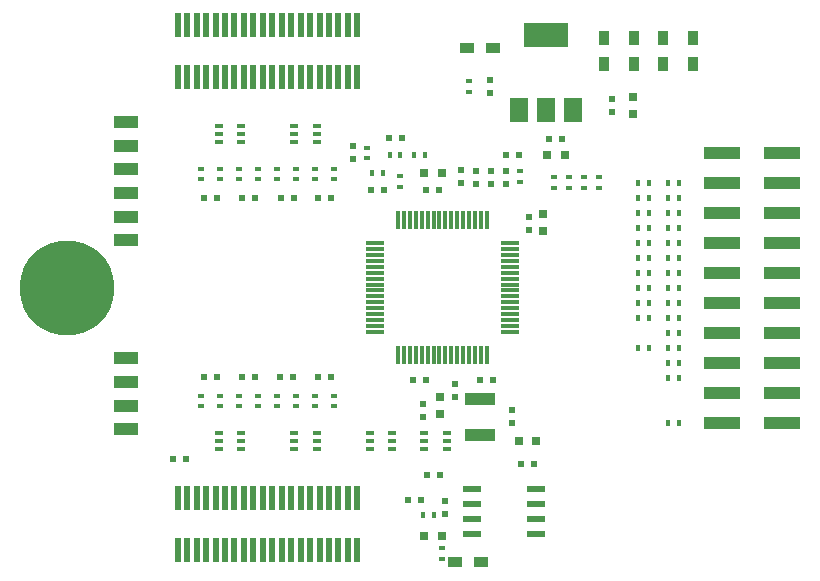
<source format=gtp>
From e1753aa3e0994796d0db7c77f835b1439eb1f3e5 Mon Sep 17 00:00:00 2001
From: jaseg <git-bigdata-wsl-arch@jaseg.de>
Date: Wed, 17 Feb 2021 20:05:32 +0100
Subject: v0.3

---
 frontend_board/gerber/frontend_board-F.Paste.gtp | 764 -----------------------
 1 file changed, 764 deletions(-)
 delete mode 100644 frontend_board/gerber/frontend_board-F.Paste.gtp

(limited to 'frontend_board/gerber/frontend_board-F.Paste.gtp')

diff --git a/frontend_board/gerber/frontend_board-F.Paste.gtp b/frontend_board/gerber/frontend_board-F.Paste.gtp
deleted file mode 100644
index 06b11fa..0000000
--- a/frontend_board/gerber/frontend_board-F.Paste.gtp
+++ /dev/null
@@ -1,764 +0,0 @@
-G04 #@! TF.GenerationSoftware,KiCad,Pcbnew,(5.0.1)*
-G04 #@! TF.CreationDate,2018-11-27T11:23:15+09:00*
-G04 #@! TF.ProjectId,frontend_board,66726F6E74656E645F626F6172642E6B,rev?*
-G04 #@! TF.SameCoordinates,Original*
-G04 #@! TF.FileFunction,Paste,Top*
-G04 #@! TF.FilePolarity,Positive*
-%FSLAX46Y46*%
-G04 Gerber Fmt 4.6, Leading zero omitted, Abs format (unit mm)*
-G04 Created by KiCad (PCBNEW (5.0.1)) date Tue Nov 27 11:23:15 2018*
-%MOMM*%
-%LPD*%
-G01*
-G04 APERTURE LIST*
-%ADD10R,0.500000X0.600000*%
-%ADD11R,0.400000X0.600000*%
-%ADD12R,1.500000X0.300000*%
-%ADD13R,0.300000X1.500000*%
-%ADD14R,3.800000X2.000000*%
-%ADD15R,1.500000X2.000000*%
-%ADD16R,0.600000X0.500000*%
-%ADD17R,0.650000X0.400000*%
-%ADD18R,0.900000X1.200000*%
-%ADD19R,0.600000X0.400000*%
-%ADD20R,1.550000X0.600000*%
-%ADD21R,1.200000X0.900000*%
-%ADD22R,2.500000X1.000000*%
-%ADD23R,0.750000X0.800000*%
-%ADD24R,0.800000X0.750000*%
-%ADD25C,8.000000*%
-%ADD26R,0.500000X2.000000*%
-%ADD27R,3.150000X1.000000*%
-%ADD28R,2.000000X1.000000*%
-G04 APERTURE END LIST*
-D10*
-G04 #@! TO.C,C20*
-X145200000Y-124850000D03*
-X145200000Y-125950000D03*
-G04 #@! TD*
-D11*
-G04 #@! TO.C,L21*
-X165920000Y-115000000D03*
-X166820000Y-115000000D03*
-G04 #@! TD*
-D12*
-G04 #@! TO.C,U1*
-X141100000Y-111250000D03*
-X141100000Y-111750000D03*
-X141100000Y-112250000D03*
-X141100000Y-112750000D03*
-X141100000Y-113250000D03*
-X141100000Y-113750000D03*
-X141100000Y-114250000D03*
-X141100000Y-114750000D03*
-X141100000Y-115250000D03*
-X141100000Y-115750000D03*
-X141100000Y-116250000D03*
-X141100000Y-116750000D03*
-X141100000Y-117250000D03*
-X141100000Y-117750000D03*
-X141100000Y-118250000D03*
-X141100000Y-118750000D03*
-D13*
-X143050000Y-120700000D03*
-X143550000Y-120700000D03*
-X144050000Y-120700000D03*
-X144550000Y-120700000D03*
-X145050000Y-120700000D03*
-X145550000Y-120700000D03*
-X146050000Y-120700000D03*
-X146550000Y-120700000D03*
-X147050000Y-120700000D03*
-X147550000Y-120700000D03*
-X148050000Y-120700000D03*
-X148550000Y-120700000D03*
-X149050000Y-120700000D03*
-X149550000Y-120700000D03*
-X150050000Y-120700000D03*
-X150550000Y-120700000D03*
-D12*
-X152500000Y-118750000D03*
-X152500000Y-118250000D03*
-X152500000Y-117750000D03*
-X152500000Y-117250000D03*
-X152500000Y-116750000D03*
-X152500000Y-116250000D03*
-X152500000Y-115750000D03*
-X152500000Y-115250000D03*
-X152500000Y-114750000D03*
-X152500000Y-114250000D03*
-X152500000Y-113750000D03*
-X152500000Y-113250000D03*
-X152500000Y-112750000D03*
-X152500000Y-112250000D03*
-X152500000Y-111750000D03*
-X152500000Y-111250000D03*
-D13*
-X150550000Y-109300000D03*
-X150050000Y-109300000D03*
-X149550000Y-109300000D03*
-X149050000Y-109300000D03*
-X148550000Y-109300000D03*
-X148050000Y-109300000D03*
-X147550000Y-109300000D03*
-X147050000Y-109300000D03*
-X146550000Y-109300000D03*
-X146050000Y-109300000D03*
-X145550000Y-109300000D03*
-X145050000Y-109300000D03*
-X144550000Y-109300000D03*
-X144050000Y-109300000D03*
-X143550000Y-109300000D03*
-X143050000Y-109300000D03*
-G04 #@! TD*
-D14*
-G04 #@! TO.C,U3*
-X155600000Y-93650000D03*
-D15*
-X155600000Y-99950000D03*
-X157900000Y-99950000D03*
-X153300000Y-99950000D03*
-G04 #@! TD*
-D10*
-G04 #@! TO.C,C1*
-X152146000Y-106214000D03*
-X152146000Y-105114000D03*
-G04 #@! TD*
-G04 #@! TO.C,C2*
-X139200000Y-103050000D03*
-X139200000Y-104150000D03*
-G04 #@! TD*
-D16*
-G04 #@! TO.C,C4*
-X143348800Y-102336600D03*
-X142248800Y-102336600D03*
-G04 #@! TD*
-G04 #@! TO.C,C5*
-X140750200Y-106756200D03*
-X141850200Y-106756200D03*
-G04 #@! TD*
-D10*
-G04 #@! TO.C,C13*
-X152654000Y-125349000D03*
-X152654000Y-126449000D03*
-G04 #@! TD*
-D16*
-G04 #@! TO.C,C15*
-X149961600Y-122834400D03*
-X151061600Y-122834400D03*
-G04 #@! TD*
-D10*
-G04 #@! TO.C,C16*
-X149606000Y-106214000D03*
-X149606000Y-105114000D03*
-G04 #@! TD*
-G04 #@! TO.C,C17*
-X150876000Y-106214000D03*
-X150876000Y-105114000D03*
-G04 #@! TD*
-G04 #@! TO.C,C18*
-X147828000Y-123148000D03*
-X147828000Y-124248000D03*
-G04 #@! TD*
-G04 #@! TO.C,C22*
-X147000000Y-134190600D03*
-X147000000Y-133090600D03*
-G04 #@! TD*
-G04 #@! TO.C,C24*
-X148336000Y-106188600D03*
-X148336000Y-105088600D03*
-G04 #@! TD*
-D16*
-G04 #@! TO.C,C25*
-X145000000Y-133000000D03*
-X143900000Y-133000000D03*
-G04 #@! TD*
-G04 #@! TO.C,C26*
-X145449200Y-106730800D03*
-X146549200Y-106730800D03*
-G04 #@! TD*
-G04 #@! TO.C,C27*
-X153250000Y-103800000D03*
-X152150000Y-103800000D03*
-G04 #@! TD*
-G04 #@! TO.C,C30*
-X154550000Y-129900000D03*
-X153450000Y-129900000D03*
-G04 #@! TD*
-D10*
-G04 #@! TO.C,C31*
-X161200000Y-99050000D03*
-X161200000Y-100150000D03*
-G04 #@! TD*
-G04 #@! TO.C,C34*
-X150828000Y-97456000D03*
-X150828000Y-98556000D03*
-G04 #@! TD*
-D16*
-G04 #@! TO.C,C35*
-X156950000Y-102400000D03*
-X155850000Y-102400000D03*
-G04 #@! TD*
-G04 #@! TO.C,C36*
-X124000000Y-129500000D03*
-X125100000Y-129500000D03*
-G04 #@! TD*
-D10*
-G04 #@! TO.C,C37*
-X154100000Y-110150000D03*
-X154100000Y-109050000D03*
-G04 #@! TD*
-D17*
-G04 #@! TO.C,D1*
-X145250000Y-127350000D03*
-X145250000Y-128650000D03*
-X147150000Y-128000000D03*
-X145250000Y-128000000D03*
-X147150000Y-128650000D03*
-X147150000Y-127350000D03*
-G04 #@! TD*
-D18*
-G04 #@! TO.C,D4*
-X160500000Y-96100000D03*
-X160500000Y-93900000D03*
-G04 #@! TD*
-G04 #@! TO.C,D5*
-X163000000Y-96100000D03*
-X163000000Y-93900000D03*
-G04 #@! TD*
-G04 #@! TO.C,D6*
-X165500000Y-96100000D03*
-X165500000Y-93900000D03*
-G04 #@! TD*
-G04 #@! TO.C,D7*
-X168000000Y-96100000D03*
-X168000000Y-93900000D03*
-G04 #@! TD*
-D17*
-G04 #@! TO.C,D10*
-X140650000Y-127350000D03*
-X140650000Y-128650000D03*
-X142550000Y-128000000D03*
-X140650000Y-128000000D03*
-X142550000Y-128650000D03*
-X142550000Y-127350000D03*
-G04 #@! TD*
-D19*
-G04 #@! TO.C,L1*
-X153400000Y-105150000D03*
-X153400000Y-106050000D03*
-G04 #@! TD*
-D11*
-G04 #@! TO.C,L3*
-X165920000Y-106110000D03*
-X166820000Y-106110000D03*
-G04 #@! TD*
-G04 #@! TO.C,L5*
-X165920000Y-108650000D03*
-X166820000Y-108650000D03*
-G04 #@! TD*
-G04 #@! TO.C,L7*
-X165920000Y-111190000D03*
-X166820000Y-111190000D03*
-G04 #@! TD*
-G04 #@! TO.C,L9*
-X165920000Y-113730000D03*
-X166820000Y-113730000D03*
-G04 #@! TD*
-G04 #@! TO.C,L11*
-X165920000Y-116270000D03*
-X166820000Y-116270000D03*
-G04 #@! TD*
-G04 #@! TO.C,L13*
-X165920000Y-118810000D03*
-X166820000Y-118810000D03*
-G04 #@! TD*
-G04 #@! TO.C,L15*
-X165920000Y-121350000D03*
-X166820000Y-121350000D03*
-G04 #@! TD*
-G04 #@! TO.C,L17*
-X165920000Y-107380000D03*
-X166820000Y-107380000D03*
-G04 #@! TD*
-G04 #@! TO.C,L19*
-X165920000Y-109920000D03*
-X166820000Y-109920000D03*
-G04 #@! TD*
-G04 #@! TO.C,L20*
-X165920000Y-112460000D03*
-X166820000Y-112460000D03*
-G04 #@! TD*
-G04 #@! TO.C,L22*
-X166820000Y-126430000D03*
-X165920000Y-126430000D03*
-G04 #@! TD*
-G04 #@! TO.C,L23*
-X146093200Y-134301000D03*
-X145193200Y-134301000D03*
-G04 #@! TD*
-D19*
-G04 #@! TO.C,R1*
-X140400000Y-104050000D03*
-X140400000Y-103150000D03*
-G04 #@! TD*
-D11*
-G04 #@! TO.C,R2*
-X144406200Y-103759000D03*
-X145306200Y-103759000D03*
-G04 #@! TD*
-D19*
-G04 #@! TO.C,R3*
-X137600000Y-124150000D03*
-X137600000Y-125050000D03*
-G04 #@! TD*
-D11*
-G04 #@! TO.C,R4*
-X142330600Y-103759000D03*
-X143230600Y-103759000D03*
-G04 #@! TD*
-D19*
-G04 #@! TO.C,R5*
-X143230600Y-105595000D03*
-X143230600Y-106495000D03*
-G04 #@! TD*
-G04 #@! TO.C,R6*
-X136000000Y-124150000D03*
-X136000000Y-125050000D03*
-G04 #@! TD*
-G04 #@! TO.C,R7*
-X134400000Y-124150000D03*
-X134400000Y-125050000D03*
-G04 #@! TD*
-D11*
-G04 #@! TO.C,R8*
-X141750200Y-105283000D03*
-X140850200Y-105283000D03*
-G04 #@! TD*
-D19*
-G04 #@! TO.C,R9*
-X132800000Y-124150000D03*
-X132800000Y-125050000D03*
-G04 #@! TD*
-G04 #@! TO.C,R10*
-X131200000Y-124150000D03*
-X131200000Y-125050000D03*
-G04 #@! TD*
-D11*
-G04 #@! TO.C,R11*
-X164280000Y-116270000D03*
-X163380000Y-116270000D03*
-G04 #@! TD*
-G04 #@! TO.C,R12*
-X164280000Y-115000000D03*
-X163380000Y-115000000D03*
-G04 #@! TD*
-D19*
-G04 #@! TO.C,R13*
-X129600000Y-124150000D03*
-X129600000Y-125050000D03*
-G04 #@! TD*
-G04 #@! TO.C,R14*
-X128000000Y-124150000D03*
-X128000000Y-125050000D03*
-G04 #@! TD*
-G04 #@! TO.C,R15*
-X156210000Y-105660000D03*
-X156210000Y-106560000D03*
-G04 #@! TD*
-G04 #@! TO.C,R16*
-X157480000Y-105660000D03*
-X157480000Y-106560000D03*
-G04 #@! TD*
-G04 #@! TO.C,R17*
-X126400000Y-124150000D03*
-X126400000Y-125050000D03*
-G04 #@! TD*
-G04 #@! TO.C,R18*
-X158750000Y-105660000D03*
-X158750000Y-106560000D03*
-G04 #@! TD*
-G04 #@! TO.C,R19*
-X126400000Y-105850000D03*
-X126400000Y-104950000D03*
-G04 #@! TD*
-G04 #@! TO.C,R20*
-X160020000Y-105660000D03*
-X160020000Y-106560000D03*
-G04 #@! TD*
-G04 #@! TO.C,R21*
-X128000000Y-105850000D03*
-X128000000Y-104950000D03*
-G04 #@! TD*
-D11*
-G04 #@! TO.C,R22*
-X164280000Y-108650000D03*
-X163380000Y-108650000D03*
-G04 #@! TD*
-D19*
-G04 #@! TO.C,R23*
-X129600000Y-105850000D03*
-X129600000Y-104950000D03*
-G04 #@! TD*
-D11*
-G04 #@! TO.C,R24*
-X164280000Y-106110000D03*
-X163380000Y-106110000D03*
-G04 #@! TD*
-G04 #@! TO.C,R25*
-X164280000Y-117540000D03*
-X163380000Y-117540000D03*
-G04 #@! TD*
-D19*
-G04 #@! TO.C,R26*
-X131200000Y-105850000D03*
-X131200000Y-104950000D03*
-G04 #@! TD*
-D11*
-G04 #@! TO.C,R27*
-X164280000Y-111190000D03*
-X163380000Y-111190000D03*
-G04 #@! TD*
-D19*
-G04 #@! TO.C,R28*
-X132800000Y-105850000D03*
-X132800000Y-104950000D03*
-G04 #@! TD*
-D11*
-G04 #@! TO.C,R29*
-X164280000Y-112460000D03*
-X163380000Y-112460000D03*
-G04 #@! TD*
-G04 #@! TO.C,R30*
-X164280000Y-107380000D03*
-X163380000Y-107380000D03*
-G04 #@! TD*
-D19*
-G04 #@! TO.C,R31*
-X134400000Y-105850000D03*
-X134400000Y-104950000D03*
-G04 #@! TD*
-G04 #@! TO.C,R32*
-X136000000Y-105850000D03*
-X136000000Y-104950000D03*
-G04 #@! TD*
-D11*
-G04 #@! TO.C,R33*
-X164280000Y-113730000D03*
-X163380000Y-113730000D03*
-G04 #@! TD*
-G04 #@! TO.C,R34*
-X164280000Y-120080000D03*
-X163380000Y-120080000D03*
-G04 #@! TD*
-D19*
-G04 #@! TO.C,R35*
-X137600000Y-105850000D03*
-X137600000Y-104950000D03*
-G04 #@! TD*
-D11*
-G04 #@! TO.C,R36*
-X164280000Y-109920000D03*
-X163380000Y-109920000D03*
-G04 #@! TD*
-D20*
-G04 #@! TO.C,U2*
-X149300000Y-132095000D03*
-X149300000Y-133365000D03*
-X149300000Y-134635000D03*
-X149300000Y-135905000D03*
-X154700000Y-135905000D03*
-X154700000Y-134635000D03*
-X154700000Y-133365000D03*
-X154700000Y-132095000D03*
-G04 #@! TD*
-D21*
-G04 #@! TO.C,D11*
-X148900000Y-94700000D03*
-X151100000Y-94700000D03*
-G04 #@! TD*
-D19*
-G04 #@! TO.C,R37*
-X149050000Y-98456000D03*
-X149050000Y-97556000D03*
-G04 #@! TD*
-D22*
-G04 #@! TO.C,C14*
-X149961600Y-124458600D03*
-X149961600Y-127458600D03*
-G04 #@! TD*
-D23*
-G04 #@! TO.C,C19*
-X146600000Y-125750000D03*
-X146600000Y-124250000D03*
-G04 #@! TD*
-D24*
-G04 #@! TO.C,C21*
-X145250000Y-136000000D03*
-X146750000Y-136000000D03*
-G04 #@! TD*
-G04 #@! TO.C,C23*
-X146749200Y-105283000D03*
-X145249200Y-105283000D03*
-G04 #@! TD*
-G04 #@! TO.C,C28*
-X153250000Y-128000000D03*
-X154750000Y-128000000D03*
-G04 #@! TD*
-D23*
-G04 #@! TO.C,C29*
-X162900000Y-100350000D03*
-X162900000Y-98850000D03*
-G04 #@! TD*
-G04 #@! TO.C,C32*
-X155300000Y-108750000D03*
-X155300000Y-110250000D03*
-G04 #@! TD*
-D24*
-G04 #@! TO.C,C33*
-X155650000Y-103800000D03*
-X157150000Y-103800000D03*
-G04 #@! TD*
-D25*
-G04 #@! TO.C,REF\002A\002A*
-X115000000Y-115000000D03*
-G04 #@! TD*
-D26*
-G04 #@! TO.C,J1*
-X124400000Y-137200000D03*
-X124400000Y-132800000D03*
-X125200000Y-137200000D03*
-X125200000Y-132800000D03*
-X126000000Y-137200000D03*
-X126000000Y-132800000D03*
-X126800000Y-137200000D03*
-X126800000Y-132800000D03*
-X127600000Y-137200000D03*
-X127600000Y-132800000D03*
-X128400000Y-137200000D03*
-X128400000Y-132800000D03*
-X129200000Y-137200000D03*
-X129200000Y-132800000D03*
-X130000000Y-137200000D03*
-X130000000Y-132800000D03*
-X130800000Y-137200000D03*
-X130800000Y-132800000D03*
-X131600000Y-137200000D03*
-X131600000Y-132800000D03*
-X132400000Y-137200000D03*
-X132400000Y-132800000D03*
-X133200000Y-137200000D03*
-X133200000Y-132800000D03*
-X134000000Y-137200000D03*
-X134000000Y-132800000D03*
-X134800000Y-137200000D03*
-X134800000Y-132800000D03*
-X135600000Y-137200000D03*
-X135600000Y-132800000D03*
-X136400000Y-137200000D03*
-X136400000Y-132800000D03*
-X137200000Y-137200000D03*
-X137200000Y-132800000D03*
-X138000000Y-137200000D03*
-X138000000Y-132800000D03*
-X138800000Y-137200000D03*
-X138800000Y-132800000D03*
-X139600000Y-137200000D03*
-X139600000Y-132800000D03*
-G04 #@! TD*
-G04 #@! TO.C,J3*
-X139600000Y-92800000D03*
-X139600000Y-97200000D03*
-X138800000Y-92800000D03*
-X138800000Y-97200000D03*
-X138000000Y-92800000D03*
-X138000000Y-97200000D03*
-X137200000Y-92800000D03*
-X137200000Y-97200000D03*
-X136400000Y-92800000D03*
-X136400000Y-97200000D03*
-X135600000Y-92800000D03*
-X135600000Y-97200000D03*
-X134800000Y-92800000D03*
-X134800000Y-97200000D03*
-X134000000Y-92800000D03*
-X134000000Y-97200000D03*
-X133200000Y-92800000D03*
-X133200000Y-97200000D03*
-X132400000Y-92800000D03*
-X132400000Y-97200000D03*
-X131600000Y-92800000D03*
-X131600000Y-97200000D03*
-X130800000Y-92800000D03*
-X130800000Y-97200000D03*
-X130000000Y-92800000D03*
-X130000000Y-97200000D03*
-X129200000Y-92800000D03*
-X129200000Y-97200000D03*
-X128400000Y-92800000D03*
-X128400000Y-97200000D03*
-X127600000Y-92800000D03*
-X127600000Y-97200000D03*
-X126800000Y-92800000D03*
-X126800000Y-97200000D03*
-X126000000Y-92800000D03*
-X126000000Y-97200000D03*
-X125200000Y-92800000D03*
-X125200000Y-97200000D03*
-X124400000Y-92800000D03*
-X124400000Y-97200000D03*
-G04 #@! TD*
-D27*
-G04 #@! TO.C,J2*
-X170500000Y-103570000D03*
-X175550000Y-103570000D03*
-X170500000Y-106110000D03*
-X175550000Y-106110000D03*
-X170500000Y-108650000D03*
-X175550000Y-108650000D03*
-X170500000Y-111190000D03*
-X175550000Y-111190000D03*
-X170500000Y-113730000D03*
-X175550000Y-113730000D03*
-X170500000Y-116270000D03*
-X175550000Y-116270000D03*
-X170500000Y-118810000D03*
-X175550000Y-118810000D03*
-X170500000Y-121350000D03*
-X175550000Y-121350000D03*
-X170500000Y-123890000D03*
-X175550000Y-123890000D03*
-X170500000Y-126430000D03*
-X175550000Y-126430000D03*
-G04 #@! TD*
-D11*
-G04 #@! TO.C,L2*
-X165920000Y-122620000D03*
-X166820000Y-122620000D03*
-G04 #@! TD*
-G04 #@! TO.C,L4*
-X165920000Y-117540000D03*
-X166820000Y-117540000D03*
-G04 #@! TD*
-G04 #@! TO.C,L6*
-X165920000Y-120080000D03*
-X166820000Y-120080000D03*
-G04 #@! TD*
-D16*
-G04 #@! TO.C,C38*
-X144300000Y-122800000D03*
-X145400000Y-122800000D03*
-G04 #@! TD*
-G04 #@! TO.C,C39*
-X145500000Y-130850000D03*
-X146600000Y-130850000D03*
-G04 #@! TD*
-D28*
-G04 #@! TO.C,TP1*
-X120000000Y-125000000D03*
-G04 #@! TD*
-G04 #@! TO.C,TP2*
-X120000000Y-127000000D03*
-G04 #@! TD*
-G04 #@! TO.C,TP3*
-X120000000Y-101000000D03*
-G04 #@! TD*
-G04 #@! TO.C,TP4*
-X120000000Y-103000000D03*
-G04 #@! TD*
-D21*
-G04 #@! TO.C,D12*
-X150108572Y-138225000D03*
-X147908572Y-138225000D03*
-G04 #@! TD*
-D19*
-G04 #@! TO.C,R38*
-X146800000Y-137950000D03*
-X146800000Y-137050000D03*
-G04 #@! TD*
-D28*
-G04 #@! TO.C,TP5*
-X120000000Y-109000000D03*
-G04 #@! TD*
-G04 #@! TO.C,TP6*
-X120000000Y-111000000D03*
-G04 #@! TD*
-G04 #@! TO.C,TP7*
-X120000000Y-105000000D03*
-G04 #@! TD*
-G04 #@! TO.C,TP8*
-X120000000Y-107000000D03*
-G04 #@! TD*
-G04 #@! TO.C,TP9*
-X120000000Y-123000000D03*
-G04 #@! TD*
-G04 #@! TO.C,TP10*
-X120000000Y-121000000D03*
-G04 #@! TD*
-D16*
-G04 #@! TO.C,C3*
-X137350000Y-122600000D03*
-X136250000Y-122600000D03*
-G04 #@! TD*
-G04 #@! TO.C,C6*
-X134150000Y-122600000D03*
-X133050000Y-122600000D03*
-G04 #@! TD*
-G04 #@! TO.C,C7*
-X130950000Y-122600000D03*
-X129850000Y-122600000D03*
-G04 #@! TD*
-G04 #@! TO.C,C8*
-X127750000Y-122600000D03*
-X126650000Y-122600000D03*
-G04 #@! TD*
-G04 #@! TO.C,C9*
-X126650000Y-107400000D03*
-X127750000Y-107400000D03*
-G04 #@! TD*
-G04 #@! TO.C,C10*
-X129850000Y-107400000D03*
-X130950000Y-107400000D03*
-G04 #@! TD*
-G04 #@! TO.C,C11*
-X133100000Y-107400000D03*
-X134200000Y-107400000D03*
-G04 #@! TD*
-G04 #@! TO.C,C12*
-X136250000Y-107400000D03*
-X137350000Y-107400000D03*
-G04 #@! TD*
-D17*
-G04 #@! TO.C,D2*
-X129750000Y-128650000D03*
-X129750000Y-127350000D03*
-X127850000Y-128000000D03*
-X129750000Y-128000000D03*
-X127850000Y-127350000D03*
-X127850000Y-128650000D03*
-G04 #@! TD*
-G04 #@! TO.C,D3*
-X136150000Y-128650000D03*
-X136150000Y-127350000D03*
-X134250000Y-128000000D03*
-X136150000Y-128000000D03*
-X134250000Y-127350000D03*
-X134250000Y-128650000D03*
-G04 #@! TD*
-G04 #@! TO.C,D8*
-X127850000Y-101350000D03*
-X127850000Y-102650000D03*
-X129750000Y-102000000D03*
-X127850000Y-102000000D03*
-X129750000Y-102650000D03*
-X129750000Y-101350000D03*
-G04 #@! TD*
-G04 #@! TO.C,D9*
-X134250000Y-101350000D03*
-X134250000Y-102650000D03*
-X136150000Y-102000000D03*
-X134250000Y-102000000D03*
-X136150000Y-102650000D03*
-X136150000Y-101350000D03*
-G04 #@! TD*
-M02*
-- 
cgit 


</source>
